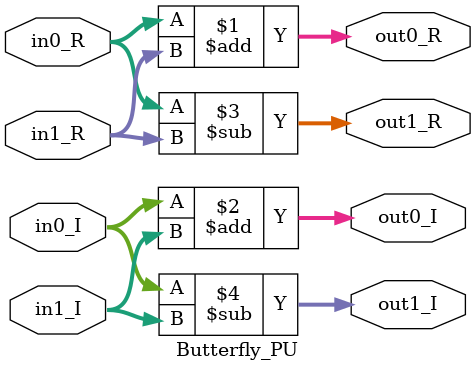
<source format=v>
module Butterfly_PU #(parameter Data_Width = 32)(
input			[Data_Width-1:0] 		in0_R,in0_I,
input			[Data_Width-1:0]		in1_R,in1_I,


output	wire	[Data_Width-1:0]		out0_R,out0_I,
output	wire	[Data_Width-1:0]		out1_R,out1_I
		






);



assign out0_R =	in0_R + in1_R ;

assign out0_I =	in0_I + in1_I ;

assign out1_R =	in0_R - in1_R ;

assign out1_I =	in0_I - in1_I ;









endmodule
</source>
